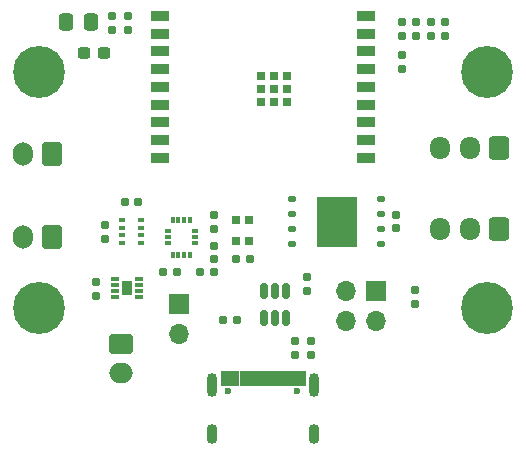
<source format=gbr>
%TF.GenerationSoftware,KiCad,Pcbnew,7.0.6*%
%TF.CreationDate,2023-07-14T02:37:10+02:00*%
%TF.ProjectId,rrr,7272722e-6b69-4636-9164-5f7063625858,rev?*%
%TF.SameCoordinates,Original*%
%TF.FileFunction,Soldermask,Top*%
%TF.FilePolarity,Negative*%
%FSLAX46Y46*%
G04 Gerber Fmt 4.6, Leading zero omitted, Abs format (unit mm)*
G04 Created by KiCad (PCBNEW 7.0.6) date 2023-07-14 02:37:10*
%MOMM*%
%LPD*%
G01*
G04 APERTURE LIST*
G04 Aperture macros list*
%AMRoundRect*
0 Rectangle with rounded corners*
0 $1 Rounding radius*
0 $2 $3 $4 $5 $6 $7 $8 $9 X,Y pos of 4 corners*
0 Add a 4 corners polygon primitive as box body*
4,1,4,$2,$3,$4,$5,$6,$7,$8,$9,$2,$3,0*
0 Add four circle primitives for the rounded corners*
1,1,$1+$1,$2,$3*
1,1,$1+$1,$4,$5*
1,1,$1+$1,$6,$7*
1,1,$1+$1,$8,$9*
0 Add four rect primitives between the rounded corners*
20,1,$1+$1,$2,$3,$4,$5,0*
20,1,$1+$1,$4,$5,$6,$7,0*
20,1,$1+$1,$6,$7,$8,$9,0*
20,1,$1+$1,$8,$9,$2,$3,0*%
G04 Aperture macros list end*
%ADD10C,0.010000*%
%ADD11C,0.700000*%
%ADD12C,4.400000*%
%ADD13RoundRect,0.155000X0.155000X-0.212500X0.155000X0.212500X-0.155000X0.212500X-0.155000X-0.212500X0*%
%ADD14RoundRect,0.160000X0.197500X0.160000X-0.197500X0.160000X-0.197500X-0.160000X0.197500X-0.160000X0*%
%ADD15RoundRect,0.160000X0.160000X-0.197500X0.160000X0.197500X-0.160000X0.197500X-0.160000X-0.197500X0*%
%ADD16RoundRect,0.155000X-0.212500X-0.155000X0.212500X-0.155000X0.212500X0.155000X-0.212500X0.155000X0*%
%ADD17RoundRect,0.250000X0.600000X0.750000X-0.600000X0.750000X-0.600000X-0.750000X0.600000X-0.750000X0*%
%ADD18O,1.700000X2.000000*%
%ADD19RoundRect,0.160000X-0.160000X0.197500X-0.160000X-0.197500X0.160000X-0.197500X0.160000X0.197500X0*%
%ADD20RoundRect,0.155000X-0.155000X0.212500X-0.155000X-0.212500X0.155000X-0.212500X0.155000X0.212500X0*%
%ADD21RoundRect,0.125000X-0.200000X-0.125000X0.200000X-0.125000X0.200000X0.125000X-0.200000X0.125000X0*%
%ADD22R,3.400000X4.300000*%
%ADD23RoundRect,0.150000X-0.150000X0.512500X-0.150000X-0.512500X0.150000X-0.512500X0.150000X0.512500X0*%
%ADD24R,0.500000X0.350000*%
%ADD25RoundRect,0.237500X0.300000X0.237500X-0.300000X0.237500X-0.300000X-0.237500X0.300000X-0.237500X0*%
%ADD26R,0.300000X0.550000*%
%ADD27R,0.550000X0.300000*%
%ADD28R,0.700000X0.700000*%
%ADD29RoundRect,0.250000X0.600000X0.725000X-0.600000X0.725000X-0.600000X-0.725000X0.600000X-0.725000X0*%
%ADD30O,1.700000X1.950000*%
%ADD31R,0.750000X0.300000*%
%ADD32R,0.900000X1.300000*%
%ADD33C,0.600000*%
%ADD34O,0.900000X2.000000*%
%ADD35O,0.900000X1.700000*%
%ADD36R,1.700000X1.700000*%
%ADD37O,1.700000X1.700000*%
%ADD38RoundRect,0.250000X0.337500X0.475000X-0.337500X0.475000X-0.337500X-0.475000X0.337500X-0.475000X0*%
%ADD39RoundRect,0.250000X-0.750000X0.600000X-0.750000X-0.600000X0.750000X-0.600000X0.750000X0.600000X0*%
%ADD40O,2.000000X1.700000*%
%ADD41R,1.500000X0.900000*%
G04 APERTURE END LIST*
%TO.C,J1*%
D10*
X97125000Y-116570000D02*
X96425000Y-116570000D01*
X96425000Y-115330000D01*
X97125000Y-115330000D01*
X97125000Y-116570000D01*
G36*
X97125000Y-116570000D02*
G01*
X96425000Y-116570000D01*
X96425000Y-115330000D01*
X97125000Y-115330000D01*
X97125000Y-116570000D01*
G37*
X97925000Y-116570000D02*
X97225000Y-116570000D01*
X97225000Y-115330000D01*
X97925000Y-115330000D01*
X97925000Y-116570000D01*
G36*
X97925000Y-116570000D02*
G01*
X97225000Y-116570000D01*
X97225000Y-115330000D01*
X97925000Y-115330000D01*
X97925000Y-116570000D01*
G37*
X98425000Y-116570000D02*
X98025000Y-116570000D01*
X98025000Y-115330000D01*
X98425000Y-115330000D01*
X98425000Y-116570000D01*
G36*
X98425000Y-116570000D02*
G01*
X98025000Y-116570000D01*
X98025000Y-115330000D01*
X98425000Y-115330000D01*
X98425000Y-116570000D01*
G37*
X98925000Y-116570000D02*
X98525000Y-116570000D01*
X98525000Y-115330000D01*
X98925000Y-115330000D01*
X98925000Y-116570000D01*
G36*
X98925000Y-116570000D02*
G01*
X98525000Y-116570000D01*
X98525000Y-115330000D01*
X98925000Y-115330000D01*
X98925000Y-116570000D01*
G37*
X99425000Y-116570000D02*
X99025000Y-116570000D01*
X99025000Y-115330000D01*
X99425000Y-115330000D01*
X99425000Y-116570000D01*
G36*
X99425000Y-116570000D02*
G01*
X99025000Y-116570000D01*
X99025000Y-115330000D01*
X99425000Y-115330000D01*
X99425000Y-116570000D01*
G37*
X99925000Y-116570000D02*
X99525000Y-116570000D01*
X99525000Y-115330000D01*
X99925000Y-115330000D01*
X99925000Y-116570000D01*
G36*
X99925000Y-116570000D02*
G01*
X99525000Y-116570000D01*
X99525000Y-115330000D01*
X99925000Y-115330000D01*
X99925000Y-116570000D01*
G37*
X100425000Y-116570000D02*
X100025000Y-116570000D01*
X100025000Y-115330000D01*
X100425000Y-115330000D01*
X100425000Y-116570000D01*
G36*
X100425000Y-116570000D02*
G01*
X100025000Y-116570000D01*
X100025000Y-115330000D01*
X100425000Y-115330000D01*
X100425000Y-116570000D01*
G37*
X100925000Y-116570000D02*
X100525000Y-116570000D01*
X100525000Y-115330000D01*
X100925000Y-115330000D01*
X100925000Y-116570000D01*
G36*
X100925000Y-116570000D02*
G01*
X100525000Y-116570000D01*
X100525000Y-115330000D01*
X100925000Y-115330000D01*
X100925000Y-116570000D01*
G37*
X101425000Y-116570000D02*
X101025000Y-116570000D01*
X101025000Y-115330000D01*
X101425000Y-115330000D01*
X101425000Y-116570000D01*
G36*
X101425000Y-116570000D02*
G01*
X101025000Y-116570000D01*
X101025000Y-115330000D01*
X101425000Y-115330000D01*
X101425000Y-116570000D01*
G37*
X101925000Y-116570000D02*
X101525000Y-116570000D01*
X101525000Y-115330000D01*
X101925000Y-115330000D01*
X101925000Y-116570000D01*
G36*
X101925000Y-116570000D02*
G01*
X101525000Y-116570000D01*
X101525000Y-115330000D01*
X101925000Y-115330000D01*
X101925000Y-116570000D01*
G37*
X102725000Y-116570000D02*
X102025000Y-116570000D01*
X102025000Y-115330000D01*
X102725000Y-115330000D01*
X102725000Y-116570000D01*
G36*
X102725000Y-116570000D02*
G01*
X102025000Y-116570000D01*
X102025000Y-115330000D01*
X102725000Y-115330000D01*
X102725000Y-116570000D01*
G37*
X103525000Y-116570000D02*
X102825000Y-116570000D01*
X102825000Y-115330000D01*
X103525000Y-115330000D01*
X103525000Y-116570000D01*
G36*
X103525000Y-116570000D02*
G01*
X102825000Y-116570000D01*
X102825000Y-115330000D01*
X103525000Y-115330000D01*
X103525000Y-116570000D01*
G37*
%TD*%
D11*
%TO.C,H4*%
X117350000Y-110000000D03*
X117833274Y-108833274D03*
X117833274Y-111166726D03*
X119000000Y-108350000D03*
D12*
X119000000Y-110000000D03*
D11*
X119000000Y-111650000D03*
X120166726Y-108833274D03*
X120166726Y-111166726D03*
X120650000Y-110000000D03*
%TD*%
D13*
%TO.C,C1*%
X85900000Y-108967500D03*
X85900000Y-107832500D03*
%TD*%
D14*
%TO.C,R18*%
X97797500Y-111000000D03*
X96602500Y-111000000D03*
%TD*%
D15*
%TO.C,R15*%
X111750000Y-86997500D03*
X111750000Y-85802500D03*
%TD*%
D16*
%TO.C,C13*%
X97732500Y-105900000D03*
X98867500Y-105900000D03*
%TD*%
D13*
%TO.C,C16*%
X86600000Y-104167500D03*
X86600000Y-103032500D03*
%TD*%
D17*
%TO.C,J7*%
X82150000Y-104025000D03*
D18*
X79650000Y-104025000D03*
%TD*%
D15*
%TO.C,R22*%
X104100000Y-113997500D03*
X104100000Y-112802500D03*
%TD*%
D19*
%TO.C,R23*%
X115400000Y-85800000D03*
X115400000Y-86995000D03*
%TD*%
D15*
%TO.C,R19*%
X103700000Y-108600000D03*
X103700000Y-107405000D03*
%TD*%
D20*
%TO.C,C11*%
X88600000Y-85332500D03*
X88600000Y-86467500D03*
%TD*%
D11*
%TO.C,H1*%
X79350000Y-90000000D03*
X79833274Y-88833274D03*
X79833274Y-91166726D03*
X81000000Y-88350000D03*
D12*
X81000000Y-90000000D03*
D11*
X81000000Y-91650000D03*
X82166726Y-88833274D03*
X82166726Y-91166726D03*
X82650000Y-90000000D03*
%TD*%
%TO.C,H2*%
X117350000Y-90000000D03*
X117833274Y-88833274D03*
X117833274Y-91166726D03*
X119000000Y-88350000D03*
D12*
X119000000Y-90000000D03*
D11*
X119000000Y-91650000D03*
X120166726Y-88833274D03*
X120166726Y-91166726D03*
X120650000Y-90000000D03*
%TD*%
D21*
%TO.C,U2*%
X102500000Y-100830000D03*
X102500000Y-102100000D03*
X102500000Y-103370000D03*
X102500000Y-104640000D03*
X110000000Y-104640000D03*
X110000000Y-103370000D03*
X110000000Y-102100000D03*
X110000000Y-100830000D03*
D22*
X106250000Y-102735000D03*
%TD*%
D19*
%TO.C,R13*%
X112950000Y-85802500D03*
X112950000Y-86997500D03*
%TD*%
D16*
%TO.C,C15*%
X88300000Y-101032500D03*
X89435000Y-101032500D03*
%TD*%
D23*
%TO.C,U4*%
X101950000Y-108562500D03*
X101000000Y-108562500D03*
X100050000Y-108562500D03*
X100050000Y-110837500D03*
X101000000Y-110837500D03*
X101950000Y-110837500D03*
%TD*%
D14*
%TO.C,R12*%
X92697500Y-107000000D03*
X91502500Y-107000000D03*
%TD*%
D24*
%TO.C,U1*%
X89700000Y-102582500D03*
X89700000Y-103232500D03*
X89700000Y-103882500D03*
X89700000Y-104532500D03*
X88100000Y-104532500D03*
X88100000Y-103882500D03*
X88100000Y-103232500D03*
X88100000Y-102582500D03*
%TD*%
D11*
%TO.C,H3*%
X79350000Y-110000000D03*
X79833274Y-108833274D03*
X79833274Y-111166726D03*
X81000000Y-108350000D03*
D12*
X81000000Y-110000000D03*
D11*
X81000000Y-111650000D03*
X82166726Y-108833274D03*
X82166726Y-111166726D03*
X82650000Y-110000000D03*
%TD*%
D13*
%TO.C,C18*%
X95900000Y-105900000D03*
X95900000Y-104765000D03*
%TD*%
D25*
%TO.C,C10*%
X86562500Y-88400000D03*
X84837500Y-88400000D03*
%TD*%
D26*
%TO.C,IC2*%
X92350000Y-105532500D03*
X92850000Y-105532500D03*
X93350000Y-105532500D03*
X93850000Y-105532500D03*
D27*
X94250000Y-104532500D03*
X94250000Y-104032500D03*
X94250000Y-103532500D03*
D26*
X93850000Y-102532500D03*
X93350000Y-102532500D03*
X92850000Y-102532500D03*
X92350000Y-102532500D03*
D27*
X91950000Y-103532500D03*
X91950000Y-104032500D03*
X91950000Y-104532500D03*
%TD*%
D17*
%TO.C,J8*%
X82150000Y-97025000D03*
D18*
X79650000Y-97025000D03*
%TD*%
D15*
%TO.C,R26*%
X114200000Y-86997500D03*
X114200000Y-85802500D03*
%TD*%
D28*
%TO.C,U3*%
X97735000Y-104365000D03*
X98835000Y-104365000D03*
X98835000Y-102535000D03*
X97735000Y-102535000D03*
%TD*%
D29*
%TO.C,J5*%
X120000000Y-96500000D03*
D30*
X117500000Y-96500000D03*
X115000000Y-96500000D03*
%TD*%
D31*
%TO.C,IC4*%
X87500000Y-107600000D03*
X87500000Y-108100000D03*
X87500000Y-108600000D03*
X87500000Y-109100000D03*
X89500000Y-109100000D03*
X89500000Y-108600000D03*
X89500000Y-108100000D03*
X89500000Y-107600000D03*
D32*
X88500000Y-108350000D03*
%TD*%
D33*
%TO.C,J1*%
X97085000Y-117020000D03*
X102865000Y-117020000D03*
D34*
X95650000Y-116530000D03*
X104300000Y-116530000D03*
D35*
X95650000Y-120700000D03*
X104300000Y-120700000D03*
%TD*%
D36*
%TO.C,J3*%
X92900000Y-109660000D03*
D37*
X92900000Y-112200000D03*
%TD*%
D38*
%TO.C,C12*%
X85437500Y-85800000D03*
X83362500Y-85800000D03*
%TD*%
D14*
%TO.C,R11*%
X95897500Y-107000000D03*
X94702500Y-107000000D03*
%TD*%
D15*
%TO.C,R20*%
X102700000Y-113997500D03*
X102700000Y-112802500D03*
%TD*%
D20*
%TO.C,C17*%
X95900000Y-102165000D03*
X95900000Y-103300000D03*
%TD*%
D15*
%TO.C,R16*%
X111750000Y-89797500D03*
X111750000Y-88602500D03*
%TD*%
D39*
%TO.C,J2*%
X88025000Y-113050000D03*
D40*
X88025000Y-115550000D03*
%TD*%
D20*
%TO.C,C14*%
X111300000Y-102132500D03*
X111300000Y-103267500D03*
%TD*%
D29*
%TO.C,J6*%
X120000000Y-103325000D03*
D30*
X117500000Y-103325000D03*
X115000000Y-103325000D03*
%TD*%
D41*
%TO.C,IC1*%
X91250000Y-85300000D03*
X91250000Y-86800000D03*
X91250000Y-88300000D03*
X91250000Y-89800000D03*
X91250000Y-91300000D03*
X91250000Y-92800000D03*
X91250000Y-94300000D03*
X91250000Y-95800000D03*
X91250000Y-97300000D03*
X108750000Y-97300000D03*
X108750000Y-95800000D03*
X108750000Y-94300000D03*
X108750000Y-92800000D03*
X108750000Y-91300000D03*
X108750000Y-89800000D03*
X108750000Y-88300000D03*
X108750000Y-86800000D03*
X108750000Y-85300000D03*
D28*
X100960000Y-91500000D03*
X102060000Y-91500000D03*
X102060000Y-90400000D03*
X100960000Y-90400000D03*
X99860000Y-90400000D03*
X99860000Y-91500000D03*
X99860000Y-92600000D03*
X100960000Y-92600000D03*
X102060000Y-92600000D03*
%TD*%
D15*
%TO.C,R17*%
X112900000Y-109697500D03*
X112900000Y-108502500D03*
%TD*%
D36*
%TO.C,J4*%
X109575000Y-108560000D03*
D37*
X109575000Y-111100000D03*
X107035000Y-108560000D03*
X107035000Y-111100000D03*
%TD*%
D19*
%TO.C,R27*%
X87200000Y-85302500D03*
X87200000Y-86497500D03*
%TD*%
M02*

</source>
